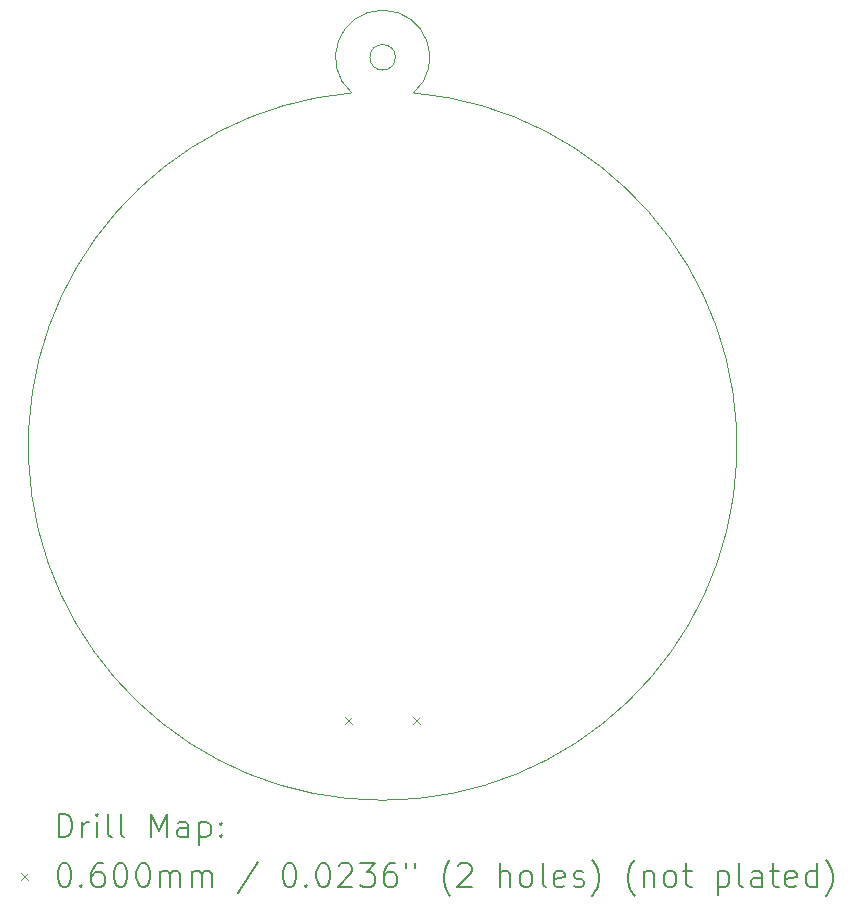
<source format=gbr>
%TF.GenerationSoftware,KiCad,Pcbnew,9.0.5*%
%TF.CreationDate,2025-11-30T01:12:24+01:00*%
%TF.ProjectId,xmasCrystalBall,786d6173-4372-4797-9374-616c42616c6c,rev?*%
%TF.SameCoordinates,Original*%
%TF.FileFunction,Drillmap*%
%TF.FilePolarity,Positive*%
%FSLAX45Y45*%
G04 Gerber Fmt 4.5, Leading zero omitted, Abs format (unit mm)*
G04 Created by KiCad (PCBNEW 9.0.5) date 2025-11-30 01:12:24*
%MOMM*%
%LPD*%
G01*
G04 APERTURE LIST*
%ADD10C,0.050000*%
%ADD11C,0.200000*%
%ADD12C,0.100000*%
G04 APERTURE END LIST*
D10*
X14646467Y-6581420D02*
G75*
G02*
X14123533Y-6581420I-261467J-2988581D01*
G01*
X14123533Y-6581420D02*
G75*
G02*
X14646467Y-6581420I261467J301420D01*
G01*
X14493166Y-6280000D02*
G75*
G02*
X14276833Y-6280000I-108167J0D01*
G01*
X14276833Y-6280000D02*
G75*
G02*
X14493166Y-6280000I108167J0D01*
G01*
D11*
D12*
X14066000Y-11866000D02*
X14126000Y-11926000D01*
X14126000Y-11866000D02*
X14066000Y-11926000D01*
X14644000Y-11866000D02*
X14704000Y-11926000D01*
X14704000Y-11866000D02*
X14644000Y-11926000D01*
D11*
X11643279Y-12883982D02*
X11643279Y-12683982D01*
X11643279Y-12683982D02*
X11690898Y-12683982D01*
X11690898Y-12683982D02*
X11719470Y-12693506D01*
X11719470Y-12693506D02*
X11738518Y-12712554D01*
X11738518Y-12712554D02*
X11748041Y-12731601D01*
X11748041Y-12731601D02*
X11757565Y-12769697D01*
X11757565Y-12769697D02*
X11757565Y-12798268D01*
X11757565Y-12798268D02*
X11748041Y-12836363D01*
X11748041Y-12836363D02*
X11738518Y-12855411D01*
X11738518Y-12855411D02*
X11719470Y-12874459D01*
X11719470Y-12874459D02*
X11690898Y-12883982D01*
X11690898Y-12883982D02*
X11643279Y-12883982D01*
X11843279Y-12883982D02*
X11843279Y-12750649D01*
X11843279Y-12788744D02*
X11852803Y-12769697D01*
X11852803Y-12769697D02*
X11862327Y-12760173D01*
X11862327Y-12760173D02*
X11881375Y-12750649D01*
X11881375Y-12750649D02*
X11900422Y-12750649D01*
X11967089Y-12883982D02*
X11967089Y-12750649D01*
X11967089Y-12683982D02*
X11957565Y-12693506D01*
X11957565Y-12693506D02*
X11967089Y-12703030D01*
X11967089Y-12703030D02*
X11976613Y-12693506D01*
X11976613Y-12693506D02*
X11967089Y-12683982D01*
X11967089Y-12683982D02*
X11967089Y-12703030D01*
X12090898Y-12883982D02*
X12071851Y-12874459D01*
X12071851Y-12874459D02*
X12062327Y-12855411D01*
X12062327Y-12855411D02*
X12062327Y-12683982D01*
X12195660Y-12883982D02*
X12176613Y-12874459D01*
X12176613Y-12874459D02*
X12167089Y-12855411D01*
X12167089Y-12855411D02*
X12167089Y-12683982D01*
X12424232Y-12883982D02*
X12424232Y-12683982D01*
X12424232Y-12683982D02*
X12490899Y-12826840D01*
X12490899Y-12826840D02*
X12557565Y-12683982D01*
X12557565Y-12683982D02*
X12557565Y-12883982D01*
X12738518Y-12883982D02*
X12738518Y-12779221D01*
X12738518Y-12779221D02*
X12728994Y-12760173D01*
X12728994Y-12760173D02*
X12709946Y-12750649D01*
X12709946Y-12750649D02*
X12671851Y-12750649D01*
X12671851Y-12750649D02*
X12652803Y-12760173D01*
X12738518Y-12874459D02*
X12719470Y-12883982D01*
X12719470Y-12883982D02*
X12671851Y-12883982D01*
X12671851Y-12883982D02*
X12652803Y-12874459D01*
X12652803Y-12874459D02*
X12643279Y-12855411D01*
X12643279Y-12855411D02*
X12643279Y-12836363D01*
X12643279Y-12836363D02*
X12652803Y-12817316D01*
X12652803Y-12817316D02*
X12671851Y-12807792D01*
X12671851Y-12807792D02*
X12719470Y-12807792D01*
X12719470Y-12807792D02*
X12738518Y-12798268D01*
X12833756Y-12750649D02*
X12833756Y-12950649D01*
X12833756Y-12760173D02*
X12852803Y-12750649D01*
X12852803Y-12750649D02*
X12890899Y-12750649D01*
X12890899Y-12750649D02*
X12909946Y-12760173D01*
X12909946Y-12760173D02*
X12919470Y-12769697D01*
X12919470Y-12769697D02*
X12928994Y-12788744D01*
X12928994Y-12788744D02*
X12928994Y-12845887D01*
X12928994Y-12845887D02*
X12919470Y-12864935D01*
X12919470Y-12864935D02*
X12909946Y-12874459D01*
X12909946Y-12874459D02*
X12890899Y-12883982D01*
X12890899Y-12883982D02*
X12852803Y-12883982D01*
X12852803Y-12883982D02*
X12833756Y-12874459D01*
X13014708Y-12864935D02*
X13024232Y-12874459D01*
X13024232Y-12874459D02*
X13014708Y-12883982D01*
X13014708Y-12883982D02*
X13005184Y-12874459D01*
X13005184Y-12874459D02*
X13014708Y-12864935D01*
X13014708Y-12864935D02*
X13014708Y-12883982D01*
X13014708Y-12760173D02*
X13024232Y-12769697D01*
X13024232Y-12769697D02*
X13014708Y-12779221D01*
X13014708Y-12779221D02*
X13005184Y-12769697D01*
X13005184Y-12769697D02*
X13014708Y-12760173D01*
X13014708Y-12760173D02*
X13014708Y-12779221D01*
D12*
X11322503Y-13182499D02*
X11382503Y-13242499D01*
X11382503Y-13182499D02*
X11322503Y-13242499D01*
D11*
X11681375Y-13103982D02*
X11700422Y-13103982D01*
X11700422Y-13103982D02*
X11719470Y-13113506D01*
X11719470Y-13113506D02*
X11728994Y-13123030D01*
X11728994Y-13123030D02*
X11738518Y-13142078D01*
X11738518Y-13142078D02*
X11748041Y-13180173D01*
X11748041Y-13180173D02*
X11748041Y-13227792D01*
X11748041Y-13227792D02*
X11738518Y-13265887D01*
X11738518Y-13265887D02*
X11728994Y-13284935D01*
X11728994Y-13284935D02*
X11719470Y-13294459D01*
X11719470Y-13294459D02*
X11700422Y-13303982D01*
X11700422Y-13303982D02*
X11681375Y-13303982D01*
X11681375Y-13303982D02*
X11662327Y-13294459D01*
X11662327Y-13294459D02*
X11652803Y-13284935D01*
X11652803Y-13284935D02*
X11643279Y-13265887D01*
X11643279Y-13265887D02*
X11633756Y-13227792D01*
X11633756Y-13227792D02*
X11633756Y-13180173D01*
X11633756Y-13180173D02*
X11643279Y-13142078D01*
X11643279Y-13142078D02*
X11652803Y-13123030D01*
X11652803Y-13123030D02*
X11662327Y-13113506D01*
X11662327Y-13113506D02*
X11681375Y-13103982D01*
X11833756Y-13284935D02*
X11843279Y-13294459D01*
X11843279Y-13294459D02*
X11833756Y-13303982D01*
X11833756Y-13303982D02*
X11824232Y-13294459D01*
X11824232Y-13294459D02*
X11833756Y-13284935D01*
X11833756Y-13284935D02*
X11833756Y-13303982D01*
X12014708Y-13103982D02*
X11976613Y-13103982D01*
X11976613Y-13103982D02*
X11957565Y-13113506D01*
X11957565Y-13113506D02*
X11948041Y-13123030D01*
X11948041Y-13123030D02*
X11928994Y-13151601D01*
X11928994Y-13151601D02*
X11919470Y-13189697D01*
X11919470Y-13189697D02*
X11919470Y-13265887D01*
X11919470Y-13265887D02*
X11928994Y-13284935D01*
X11928994Y-13284935D02*
X11938518Y-13294459D01*
X11938518Y-13294459D02*
X11957565Y-13303982D01*
X11957565Y-13303982D02*
X11995660Y-13303982D01*
X11995660Y-13303982D02*
X12014708Y-13294459D01*
X12014708Y-13294459D02*
X12024232Y-13284935D01*
X12024232Y-13284935D02*
X12033756Y-13265887D01*
X12033756Y-13265887D02*
X12033756Y-13218268D01*
X12033756Y-13218268D02*
X12024232Y-13199221D01*
X12024232Y-13199221D02*
X12014708Y-13189697D01*
X12014708Y-13189697D02*
X11995660Y-13180173D01*
X11995660Y-13180173D02*
X11957565Y-13180173D01*
X11957565Y-13180173D02*
X11938518Y-13189697D01*
X11938518Y-13189697D02*
X11928994Y-13199221D01*
X11928994Y-13199221D02*
X11919470Y-13218268D01*
X12157565Y-13103982D02*
X12176613Y-13103982D01*
X12176613Y-13103982D02*
X12195660Y-13113506D01*
X12195660Y-13113506D02*
X12205184Y-13123030D01*
X12205184Y-13123030D02*
X12214708Y-13142078D01*
X12214708Y-13142078D02*
X12224232Y-13180173D01*
X12224232Y-13180173D02*
X12224232Y-13227792D01*
X12224232Y-13227792D02*
X12214708Y-13265887D01*
X12214708Y-13265887D02*
X12205184Y-13284935D01*
X12205184Y-13284935D02*
X12195660Y-13294459D01*
X12195660Y-13294459D02*
X12176613Y-13303982D01*
X12176613Y-13303982D02*
X12157565Y-13303982D01*
X12157565Y-13303982D02*
X12138518Y-13294459D01*
X12138518Y-13294459D02*
X12128994Y-13284935D01*
X12128994Y-13284935D02*
X12119470Y-13265887D01*
X12119470Y-13265887D02*
X12109946Y-13227792D01*
X12109946Y-13227792D02*
X12109946Y-13180173D01*
X12109946Y-13180173D02*
X12119470Y-13142078D01*
X12119470Y-13142078D02*
X12128994Y-13123030D01*
X12128994Y-13123030D02*
X12138518Y-13113506D01*
X12138518Y-13113506D02*
X12157565Y-13103982D01*
X12348041Y-13103982D02*
X12367089Y-13103982D01*
X12367089Y-13103982D02*
X12386137Y-13113506D01*
X12386137Y-13113506D02*
X12395660Y-13123030D01*
X12395660Y-13123030D02*
X12405184Y-13142078D01*
X12405184Y-13142078D02*
X12414708Y-13180173D01*
X12414708Y-13180173D02*
X12414708Y-13227792D01*
X12414708Y-13227792D02*
X12405184Y-13265887D01*
X12405184Y-13265887D02*
X12395660Y-13284935D01*
X12395660Y-13284935D02*
X12386137Y-13294459D01*
X12386137Y-13294459D02*
X12367089Y-13303982D01*
X12367089Y-13303982D02*
X12348041Y-13303982D01*
X12348041Y-13303982D02*
X12328994Y-13294459D01*
X12328994Y-13294459D02*
X12319470Y-13284935D01*
X12319470Y-13284935D02*
X12309946Y-13265887D01*
X12309946Y-13265887D02*
X12300422Y-13227792D01*
X12300422Y-13227792D02*
X12300422Y-13180173D01*
X12300422Y-13180173D02*
X12309946Y-13142078D01*
X12309946Y-13142078D02*
X12319470Y-13123030D01*
X12319470Y-13123030D02*
X12328994Y-13113506D01*
X12328994Y-13113506D02*
X12348041Y-13103982D01*
X12500422Y-13303982D02*
X12500422Y-13170649D01*
X12500422Y-13189697D02*
X12509946Y-13180173D01*
X12509946Y-13180173D02*
X12528994Y-13170649D01*
X12528994Y-13170649D02*
X12557565Y-13170649D01*
X12557565Y-13170649D02*
X12576613Y-13180173D01*
X12576613Y-13180173D02*
X12586137Y-13199221D01*
X12586137Y-13199221D02*
X12586137Y-13303982D01*
X12586137Y-13199221D02*
X12595660Y-13180173D01*
X12595660Y-13180173D02*
X12614708Y-13170649D01*
X12614708Y-13170649D02*
X12643279Y-13170649D01*
X12643279Y-13170649D02*
X12662327Y-13180173D01*
X12662327Y-13180173D02*
X12671851Y-13199221D01*
X12671851Y-13199221D02*
X12671851Y-13303982D01*
X12767089Y-13303982D02*
X12767089Y-13170649D01*
X12767089Y-13189697D02*
X12776613Y-13180173D01*
X12776613Y-13180173D02*
X12795660Y-13170649D01*
X12795660Y-13170649D02*
X12824232Y-13170649D01*
X12824232Y-13170649D02*
X12843280Y-13180173D01*
X12843280Y-13180173D02*
X12852803Y-13199221D01*
X12852803Y-13199221D02*
X12852803Y-13303982D01*
X12852803Y-13199221D02*
X12862327Y-13180173D01*
X12862327Y-13180173D02*
X12881375Y-13170649D01*
X12881375Y-13170649D02*
X12909946Y-13170649D01*
X12909946Y-13170649D02*
X12928994Y-13180173D01*
X12928994Y-13180173D02*
X12938518Y-13199221D01*
X12938518Y-13199221D02*
X12938518Y-13303982D01*
X13328994Y-13094459D02*
X13157565Y-13351601D01*
X13586137Y-13103982D02*
X13605184Y-13103982D01*
X13605184Y-13103982D02*
X13624232Y-13113506D01*
X13624232Y-13113506D02*
X13633756Y-13123030D01*
X13633756Y-13123030D02*
X13643280Y-13142078D01*
X13643280Y-13142078D02*
X13652803Y-13180173D01*
X13652803Y-13180173D02*
X13652803Y-13227792D01*
X13652803Y-13227792D02*
X13643280Y-13265887D01*
X13643280Y-13265887D02*
X13633756Y-13284935D01*
X13633756Y-13284935D02*
X13624232Y-13294459D01*
X13624232Y-13294459D02*
X13605184Y-13303982D01*
X13605184Y-13303982D02*
X13586137Y-13303982D01*
X13586137Y-13303982D02*
X13567089Y-13294459D01*
X13567089Y-13294459D02*
X13557565Y-13284935D01*
X13557565Y-13284935D02*
X13548042Y-13265887D01*
X13548042Y-13265887D02*
X13538518Y-13227792D01*
X13538518Y-13227792D02*
X13538518Y-13180173D01*
X13538518Y-13180173D02*
X13548042Y-13142078D01*
X13548042Y-13142078D02*
X13557565Y-13123030D01*
X13557565Y-13123030D02*
X13567089Y-13113506D01*
X13567089Y-13113506D02*
X13586137Y-13103982D01*
X13738518Y-13284935D02*
X13748042Y-13294459D01*
X13748042Y-13294459D02*
X13738518Y-13303982D01*
X13738518Y-13303982D02*
X13728994Y-13294459D01*
X13728994Y-13294459D02*
X13738518Y-13284935D01*
X13738518Y-13284935D02*
X13738518Y-13303982D01*
X13871851Y-13103982D02*
X13890899Y-13103982D01*
X13890899Y-13103982D02*
X13909946Y-13113506D01*
X13909946Y-13113506D02*
X13919470Y-13123030D01*
X13919470Y-13123030D02*
X13928994Y-13142078D01*
X13928994Y-13142078D02*
X13938518Y-13180173D01*
X13938518Y-13180173D02*
X13938518Y-13227792D01*
X13938518Y-13227792D02*
X13928994Y-13265887D01*
X13928994Y-13265887D02*
X13919470Y-13284935D01*
X13919470Y-13284935D02*
X13909946Y-13294459D01*
X13909946Y-13294459D02*
X13890899Y-13303982D01*
X13890899Y-13303982D02*
X13871851Y-13303982D01*
X13871851Y-13303982D02*
X13852803Y-13294459D01*
X13852803Y-13294459D02*
X13843280Y-13284935D01*
X13843280Y-13284935D02*
X13833756Y-13265887D01*
X13833756Y-13265887D02*
X13824232Y-13227792D01*
X13824232Y-13227792D02*
X13824232Y-13180173D01*
X13824232Y-13180173D02*
X13833756Y-13142078D01*
X13833756Y-13142078D02*
X13843280Y-13123030D01*
X13843280Y-13123030D02*
X13852803Y-13113506D01*
X13852803Y-13113506D02*
X13871851Y-13103982D01*
X14014708Y-13123030D02*
X14024232Y-13113506D01*
X14024232Y-13113506D02*
X14043280Y-13103982D01*
X14043280Y-13103982D02*
X14090899Y-13103982D01*
X14090899Y-13103982D02*
X14109946Y-13113506D01*
X14109946Y-13113506D02*
X14119470Y-13123030D01*
X14119470Y-13123030D02*
X14128994Y-13142078D01*
X14128994Y-13142078D02*
X14128994Y-13161125D01*
X14128994Y-13161125D02*
X14119470Y-13189697D01*
X14119470Y-13189697D02*
X14005184Y-13303982D01*
X14005184Y-13303982D02*
X14128994Y-13303982D01*
X14195661Y-13103982D02*
X14319470Y-13103982D01*
X14319470Y-13103982D02*
X14252803Y-13180173D01*
X14252803Y-13180173D02*
X14281375Y-13180173D01*
X14281375Y-13180173D02*
X14300423Y-13189697D01*
X14300423Y-13189697D02*
X14309946Y-13199221D01*
X14309946Y-13199221D02*
X14319470Y-13218268D01*
X14319470Y-13218268D02*
X14319470Y-13265887D01*
X14319470Y-13265887D02*
X14309946Y-13284935D01*
X14309946Y-13284935D02*
X14300423Y-13294459D01*
X14300423Y-13294459D02*
X14281375Y-13303982D01*
X14281375Y-13303982D02*
X14224232Y-13303982D01*
X14224232Y-13303982D02*
X14205184Y-13294459D01*
X14205184Y-13294459D02*
X14195661Y-13284935D01*
X14490899Y-13103982D02*
X14452803Y-13103982D01*
X14452803Y-13103982D02*
X14433756Y-13113506D01*
X14433756Y-13113506D02*
X14424232Y-13123030D01*
X14424232Y-13123030D02*
X14405184Y-13151601D01*
X14405184Y-13151601D02*
X14395661Y-13189697D01*
X14395661Y-13189697D02*
X14395661Y-13265887D01*
X14395661Y-13265887D02*
X14405184Y-13284935D01*
X14405184Y-13284935D02*
X14414708Y-13294459D01*
X14414708Y-13294459D02*
X14433756Y-13303982D01*
X14433756Y-13303982D02*
X14471851Y-13303982D01*
X14471851Y-13303982D02*
X14490899Y-13294459D01*
X14490899Y-13294459D02*
X14500423Y-13284935D01*
X14500423Y-13284935D02*
X14509946Y-13265887D01*
X14509946Y-13265887D02*
X14509946Y-13218268D01*
X14509946Y-13218268D02*
X14500423Y-13199221D01*
X14500423Y-13199221D02*
X14490899Y-13189697D01*
X14490899Y-13189697D02*
X14471851Y-13180173D01*
X14471851Y-13180173D02*
X14433756Y-13180173D01*
X14433756Y-13180173D02*
X14414708Y-13189697D01*
X14414708Y-13189697D02*
X14405184Y-13199221D01*
X14405184Y-13199221D02*
X14395661Y-13218268D01*
X14586137Y-13103982D02*
X14586137Y-13142078D01*
X14662327Y-13103982D02*
X14662327Y-13142078D01*
X14957566Y-13380173D02*
X14948042Y-13370649D01*
X14948042Y-13370649D02*
X14928994Y-13342078D01*
X14928994Y-13342078D02*
X14919470Y-13323030D01*
X14919470Y-13323030D02*
X14909946Y-13294459D01*
X14909946Y-13294459D02*
X14900423Y-13246840D01*
X14900423Y-13246840D02*
X14900423Y-13208744D01*
X14900423Y-13208744D02*
X14909946Y-13161125D01*
X14909946Y-13161125D02*
X14919470Y-13132554D01*
X14919470Y-13132554D02*
X14928994Y-13113506D01*
X14928994Y-13113506D02*
X14948042Y-13084935D01*
X14948042Y-13084935D02*
X14957566Y-13075411D01*
X15024232Y-13123030D02*
X15033756Y-13113506D01*
X15033756Y-13113506D02*
X15052804Y-13103982D01*
X15052804Y-13103982D02*
X15100423Y-13103982D01*
X15100423Y-13103982D02*
X15119470Y-13113506D01*
X15119470Y-13113506D02*
X15128994Y-13123030D01*
X15128994Y-13123030D02*
X15138518Y-13142078D01*
X15138518Y-13142078D02*
X15138518Y-13161125D01*
X15138518Y-13161125D02*
X15128994Y-13189697D01*
X15128994Y-13189697D02*
X15014708Y-13303982D01*
X15014708Y-13303982D02*
X15138518Y-13303982D01*
X15376613Y-13303982D02*
X15376613Y-13103982D01*
X15462327Y-13303982D02*
X15462327Y-13199221D01*
X15462327Y-13199221D02*
X15452804Y-13180173D01*
X15452804Y-13180173D02*
X15433756Y-13170649D01*
X15433756Y-13170649D02*
X15405185Y-13170649D01*
X15405185Y-13170649D02*
X15386137Y-13180173D01*
X15386137Y-13180173D02*
X15376613Y-13189697D01*
X15586137Y-13303982D02*
X15567089Y-13294459D01*
X15567089Y-13294459D02*
X15557566Y-13284935D01*
X15557566Y-13284935D02*
X15548042Y-13265887D01*
X15548042Y-13265887D02*
X15548042Y-13208744D01*
X15548042Y-13208744D02*
X15557566Y-13189697D01*
X15557566Y-13189697D02*
X15567089Y-13180173D01*
X15567089Y-13180173D02*
X15586137Y-13170649D01*
X15586137Y-13170649D02*
X15614708Y-13170649D01*
X15614708Y-13170649D02*
X15633756Y-13180173D01*
X15633756Y-13180173D02*
X15643280Y-13189697D01*
X15643280Y-13189697D02*
X15652804Y-13208744D01*
X15652804Y-13208744D02*
X15652804Y-13265887D01*
X15652804Y-13265887D02*
X15643280Y-13284935D01*
X15643280Y-13284935D02*
X15633756Y-13294459D01*
X15633756Y-13294459D02*
X15614708Y-13303982D01*
X15614708Y-13303982D02*
X15586137Y-13303982D01*
X15767089Y-13303982D02*
X15748042Y-13294459D01*
X15748042Y-13294459D02*
X15738518Y-13275411D01*
X15738518Y-13275411D02*
X15738518Y-13103982D01*
X15919470Y-13294459D02*
X15900423Y-13303982D01*
X15900423Y-13303982D02*
X15862327Y-13303982D01*
X15862327Y-13303982D02*
X15843280Y-13294459D01*
X15843280Y-13294459D02*
X15833756Y-13275411D01*
X15833756Y-13275411D02*
X15833756Y-13199221D01*
X15833756Y-13199221D02*
X15843280Y-13180173D01*
X15843280Y-13180173D02*
X15862327Y-13170649D01*
X15862327Y-13170649D02*
X15900423Y-13170649D01*
X15900423Y-13170649D02*
X15919470Y-13180173D01*
X15919470Y-13180173D02*
X15928994Y-13199221D01*
X15928994Y-13199221D02*
X15928994Y-13218268D01*
X15928994Y-13218268D02*
X15833756Y-13237316D01*
X16005185Y-13294459D02*
X16024232Y-13303982D01*
X16024232Y-13303982D02*
X16062327Y-13303982D01*
X16062327Y-13303982D02*
X16081375Y-13294459D01*
X16081375Y-13294459D02*
X16090899Y-13275411D01*
X16090899Y-13275411D02*
X16090899Y-13265887D01*
X16090899Y-13265887D02*
X16081375Y-13246840D01*
X16081375Y-13246840D02*
X16062327Y-13237316D01*
X16062327Y-13237316D02*
X16033756Y-13237316D01*
X16033756Y-13237316D02*
X16014708Y-13227792D01*
X16014708Y-13227792D02*
X16005185Y-13208744D01*
X16005185Y-13208744D02*
X16005185Y-13199221D01*
X16005185Y-13199221D02*
X16014708Y-13180173D01*
X16014708Y-13180173D02*
X16033756Y-13170649D01*
X16033756Y-13170649D02*
X16062327Y-13170649D01*
X16062327Y-13170649D02*
X16081375Y-13180173D01*
X16157566Y-13380173D02*
X16167089Y-13370649D01*
X16167089Y-13370649D02*
X16186137Y-13342078D01*
X16186137Y-13342078D02*
X16195661Y-13323030D01*
X16195661Y-13323030D02*
X16205185Y-13294459D01*
X16205185Y-13294459D02*
X16214708Y-13246840D01*
X16214708Y-13246840D02*
X16214708Y-13208744D01*
X16214708Y-13208744D02*
X16205185Y-13161125D01*
X16205185Y-13161125D02*
X16195661Y-13132554D01*
X16195661Y-13132554D02*
X16186137Y-13113506D01*
X16186137Y-13113506D02*
X16167089Y-13084935D01*
X16167089Y-13084935D02*
X16157566Y-13075411D01*
X16519470Y-13380173D02*
X16509947Y-13370649D01*
X16509947Y-13370649D02*
X16490899Y-13342078D01*
X16490899Y-13342078D02*
X16481375Y-13323030D01*
X16481375Y-13323030D02*
X16471851Y-13294459D01*
X16471851Y-13294459D02*
X16462328Y-13246840D01*
X16462328Y-13246840D02*
X16462328Y-13208744D01*
X16462328Y-13208744D02*
X16471851Y-13161125D01*
X16471851Y-13161125D02*
X16481375Y-13132554D01*
X16481375Y-13132554D02*
X16490899Y-13113506D01*
X16490899Y-13113506D02*
X16509947Y-13084935D01*
X16509947Y-13084935D02*
X16519470Y-13075411D01*
X16595661Y-13170649D02*
X16595661Y-13303982D01*
X16595661Y-13189697D02*
X16605185Y-13180173D01*
X16605185Y-13180173D02*
X16624232Y-13170649D01*
X16624232Y-13170649D02*
X16652804Y-13170649D01*
X16652804Y-13170649D02*
X16671851Y-13180173D01*
X16671851Y-13180173D02*
X16681375Y-13199221D01*
X16681375Y-13199221D02*
X16681375Y-13303982D01*
X16805185Y-13303982D02*
X16786137Y-13294459D01*
X16786137Y-13294459D02*
X16776613Y-13284935D01*
X16776613Y-13284935D02*
X16767089Y-13265887D01*
X16767089Y-13265887D02*
X16767089Y-13208744D01*
X16767089Y-13208744D02*
X16776613Y-13189697D01*
X16776613Y-13189697D02*
X16786137Y-13180173D01*
X16786137Y-13180173D02*
X16805185Y-13170649D01*
X16805185Y-13170649D02*
X16833756Y-13170649D01*
X16833756Y-13170649D02*
X16852804Y-13180173D01*
X16852804Y-13180173D02*
X16862328Y-13189697D01*
X16862328Y-13189697D02*
X16871851Y-13208744D01*
X16871851Y-13208744D02*
X16871851Y-13265887D01*
X16871851Y-13265887D02*
X16862328Y-13284935D01*
X16862328Y-13284935D02*
X16852804Y-13294459D01*
X16852804Y-13294459D02*
X16833756Y-13303982D01*
X16833756Y-13303982D02*
X16805185Y-13303982D01*
X16928994Y-13170649D02*
X17005185Y-13170649D01*
X16957566Y-13103982D02*
X16957566Y-13275411D01*
X16957566Y-13275411D02*
X16967090Y-13294459D01*
X16967090Y-13294459D02*
X16986137Y-13303982D01*
X16986137Y-13303982D02*
X17005185Y-13303982D01*
X17224232Y-13170649D02*
X17224232Y-13370649D01*
X17224232Y-13180173D02*
X17243280Y-13170649D01*
X17243280Y-13170649D02*
X17281375Y-13170649D01*
X17281375Y-13170649D02*
X17300423Y-13180173D01*
X17300423Y-13180173D02*
X17309947Y-13189697D01*
X17309947Y-13189697D02*
X17319471Y-13208744D01*
X17319471Y-13208744D02*
X17319471Y-13265887D01*
X17319471Y-13265887D02*
X17309947Y-13284935D01*
X17309947Y-13284935D02*
X17300423Y-13294459D01*
X17300423Y-13294459D02*
X17281375Y-13303982D01*
X17281375Y-13303982D02*
X17243280Y-13303982D01*
X17243280Y-13303982D02*
X17224232Y-13294459D01*
X17433756Y-13303982D02*
X17414709Y-13294459D01*
X17414709Y-13294459D02*
X17405185Y-13275411D01*
X17405185Y-13275411D02*
X17405185Y-13103982D01*
X17595661Y-13303982D02*
X17595661Y-13199221D01*
X17595661Y-13199221D02*
X17586137Y-13180173D01*
X17586137Y-13180173D02*
X17567090Y-13170649D01*
X17567090Y-13170649D02*
X17528994Y-13170649D01*
X17528994Y-13170649D02*
X17509947Y-13180173D01*
X17595661Y-13294459D02*
X17576613Y-13303982D01*
X17576613Y-13303982D02*
X17528994Y-13303982D01*
X17528994Y-13303982D02*
X17509947Y-13294459D01*
X17509947Y-13294459D02*
X17500423Y-13275411D01*
X17500423Y-13275411D02*
X17500423Y-13256363D01*
X17500423Y-13256363D02*
X17509947Y-13237316D01*
X17509947Y-13237316D02*
X17528994Y-13227792D01*
X17528994Y-13227792D02*
X17576613Y-13227792D01*
X17576613Y-13227792D02*
X17595661Y-13218268D01*
X17662328Y-13170649D02*
X17738518Y-13170649D01*
X17690899Y-13103982D02*
X17690899Y-13275411D01*
X17690899Y-13275411D02*
X17700423Y-13294459D01*
X17700423Y-13294459D02*
X17719471Y-13303982D01*
X17719471Y-13303982D02*
X17738518Y-13303982D01*
X17881375Y-13294459D02*
X17862328Y-13303982D01*
X17862328Y-13303982D02*
X17824232Y-13303982D01*
X17824232Y-13303982D02*
X17805185Y-13294459D01*
X17805185Y-13294459D02*
X17795661Y-13275411D01*
X17795661Y-13275411D02*
X17795661Y-13199221D01*
X17795661Y-13199221D02*
X17805185Y-13180173D01*
X17805185Y-13180173D02*
X17824232Y-13170649D01*
X17824232Y-13170649D02*
X17862328Y-13170649D01*
X17862328Y-13170649D02*
X17881375Y-13180173D01*
X17881375Y-13180173D02*
X17890899Y-13199221D01*
X17890899Y-13199221D02*
X17890899Y-13218268D01*
X17890899Y-13218268D02*
X17795661Y-13237316D01*
X18062328Y-13303982D02*
X18062328Y-13103982D01*
X18062328Y-13294459D02*
X18043280Y-13303982D01*
X18043280Y-13303982D02*
X18005185Y-13303982D01*
X18005185Y-13303982D02*
X17986137Y-13294459D01*
X17986137Y-13294459D02*
X17976613Y-13284935D01*
X17976613Y-13284935D02*
X17967090Y-13265887D01*
X17967090Y-13265887D02*
X17967090Y-13208744D01*
X17967090Y-13208744D02*
X17976613Y-13189697D01*
X17976613Y-13189697D02*
X17986137Y-13180173D01*
X17986137Y-13180173D02*
X18005185Y-13170649D01*
X18005185Y-13170649D02*
X18043280Y-13170649D01*
X18043280Y-13170649D02*
X18062328Y-13180173D01*
X18138518Y-13380173D02*
X18148042Y-13370649D01*
X18148042Y-13370649D02*
X18167090Y-13342078D01*
X18167090Y-13342078D02*
X18176613Y-13323030D01*
X18176613Y-13323030D02*
X18186137Y-13294459D01*
X18186137Y-13294459D02*
X18195661Y-13246840D01*
X18195661Y-13246840D02*
X18195661Y-13208744D01*
X18195661Y-13208744D02*
X18186137Y-13161125D01*
X18186137Y-13161125D02*
X18176613Y-13132554D01*
X18176613Y-13132554D02*
X18167090Y-13113506D01*
X18167090Y-13113506D02*
X18148042Y-13084935D01*
X18148042Y-13084935D02*
X18138518Y-13075411D01*
M02*

</source>
